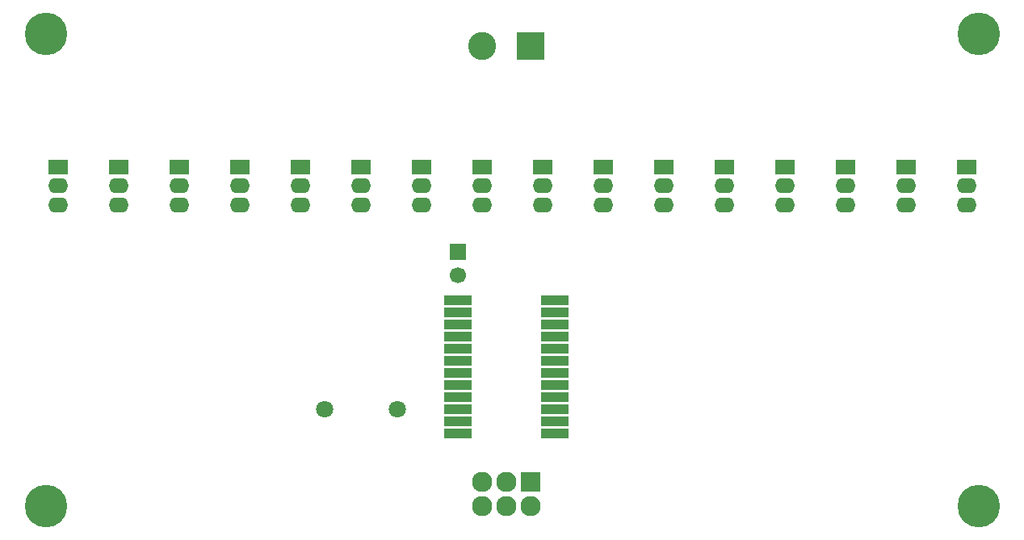
<source format=gbr>
G04 #@! TF.FileFunction,Soldermask,Bot*
%FSLAX46Y46*%
G04 Gerber Fmt 4.6, Leading zero omitted, Abs format (unit mm)*
G04 Created by KiCad (PCBNEW 4.0.2+dfsg1-2~bpo8+1-stable) date Wed 12 Jul 2017 11:54:46 PM EEST*
%MOMM*%
G01*
G04 APERTURE LIST*
%ADD10C,0.050000*%
%ADD11R,1.700000X1.700000*%
%ADD12C,1.700000*%
%ADD13R,2.127200X2.127200*%
%ADD14O,2.127200X2.127200*%
%ADD15R,2.100000X1.600000*%
%ADD16O,2.100000X1.600000*%
%ADD17R,2.940000X2.940000*%
%ADD18C,2.940000*%
%ADD19C,1.797000*%
%ADD20R,2.900000X1.000000*%
%ADD21C,4.464000*%
G04 APERTURE END LIST*
D10*
D11*
X138430000Y-97790000D03*
D12*
X138430000Y-100290000D03*
D13*
X146050000Y-121920000D03*
D14*
X146050000Y-124460000D03*
X143510000Y-121920000D03*
X143510000Y-124460000D03*
X140970000Y-121920000D03*
X140970000Y-124460000D03*
D15*
X191770000Y-88900000D03*
D16*
X191770000Y-90900000D03*
X191770000Y-92900000D03*
D15*
X185420000Y-88900000D03*
D16*
X185420000Y-90900000D03*
X185420000Y-92900000D03*
D15*
X179070000Y-88900000D03*
D16*
X179070000Y-90900000D03*
X179070000Y-92900000D03*
D15*
X172720000Y-88900000D03*
D16*
X172720000Y-90900000D03*
X172720000Y-92900000D03*
D15*
X166370000Y-88900000D03*
D16*
X166370000Y-90900000D03*
X166370000Y-92900000D03*
D15*
X160020000Y-88900000D03*
D16*
X160020000Y-90900000D03*
X160020000Y-92900000D03*
D15*
X153670000Y-88900000D03*
D16*
X153670000Y-90900000D03*
X153670000Y-92900000D03*
D15*
X147320000Y-88900000D03*
D16*
X147320000Y-90900000D03*
X147320000Y-92900000D03*
D15*
X140970000Y-88900000D03*
D16*
X140970000Y-90900000D03*
X140970000Y-92900000D03*
D15*
X134620000Y-88900000D03*
D16*
X134620000Y-90900000D03*
X134620000Y-92900000D03*
D15*
X128270000Y-88900000D03*
D16*
X128270000Y-90900000D03*
X128270000Y-92900000D03*
D15*
X121920000Y-88900000D03*
D16*
X121920000Y-90900000D03*
X121920000Y-92900000D03*
D17*
X146050000Y-76200000D03*
D18*
X140970000Y-76200000D03*
D15*
X115570000Y-88900000D03*
D16*
X115570000Y-90900000D03*
X115570000Y-92900000D03*
D15*
X109220000Y-88900000D03*
D16*
X109220000Y-90900000D03*
X109220000Y-92900000D03*
D15*
X102870000Y-88900000D03*
D16*
X102870000Y-90900000D03*
X102870000Y-92900000D03*
D15*
X96520000Y-88900000D03*
D16*
X96520000Y-90900000D03*
X96520000Y-92900000D03*
D19*
X132080000Y-114300000D03*
X124460000Y-114300000D03*
D20*
X148590000Y-102870000D03*
X148590000Y-104140000D03*
X148590000Y-105410000D03*
X148590000Y-106680000D03*
X148590000Y-107950000D03*
X148590000Y-109220000D03*
X148590000Y-110490000D03*
X148590000Y-111760000D03*
X148590000Y-113030000D03*
X148590000Y-114300000D03*
X148590000Y-115570000D03*
X148590000Y-116840000D03*
X138430000Y-116840000D03*
X138430000Y-115570000D03*
X138430000Y-114300000D03*
X138430000Y-113030000D03*
X138430000Y-111760000D03*
X138430000Y-110490000D03*
X138430000Y-109220000D03*
X138430000Y-107950000D03*
X138430000Y-106680000D03*
X138430000Y-105410000D03*
X138430000Y-104140000D03*
X138430000Y-102870000D03*
D21*
X95250000Y-124460000D03*
X95250000Y-74930000D03*
X193040000Y-124460000D03*
X193040000Y-74930000D03*
M02*

</source>
